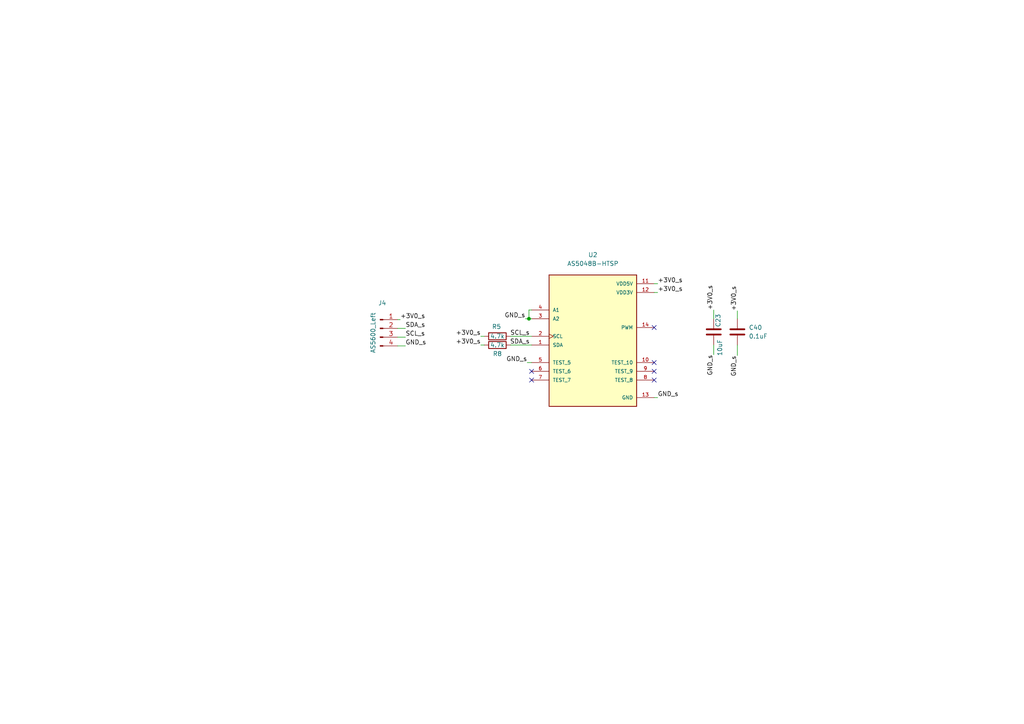
<source format=kicad_sch>
(kicad_sch (version 20211123) (generator eeschema)
  (paper "A4")
  (title_block (title "MUSHAK_PCB") (date "9 Aug 2022") (company "SRA-VJTI") (comment 1 "Designed by - Chinmay Lonkar"))
  (lib_symbols
    (symbol "AS5048B-HTSP:AS5048B-HTSP" (pin_names (offset 1.016))
      (property "Reference" "U" (at -12.7762 17.8816 0))
      (property "Value" "AS5048B-HTSP" (at -12.7762 -23.0124 0))
      (symbol "AS5048B-HTSP_0_0"
        (rectangle (start -12.7 -20.32) (end 12.7 17.78) (stroke (width 0.254)) (fill (type background)))
        (pin bidirectional line (at -17.78 -2.54 0) (length 5.08) (name "SDA") (number "1"))
        (pin passive line (at 17.78 -7.62 180) (length 5.08) (name "TEST_10") (number "10"))
        (pin power_in line (at 17.78 15.24 180) (length 5.08) (name "VDD5V") (number "11"))
        (pin power_in line (at 17.78 12.7 180) (length 5.08) (name "VDD3V") (number "12"))
        (pin power_in line (at 17.78 -17.78 180) (length 5.08) (name "GND") (number "13"))
        (pin output line (at 17.78 2.54 180) (length 5.08) (name "PWM") (number "14"))
        (pin input clock (at -17.78 0 0) (length 5.08) (name "SCL") (number "2"))
        (pin input line (at -17.78 5.08 0) (length 5.08) (name "A2") (number "3"))
        (pin input line (at -17.78 7.62 0) (length 5.08) (name "A1") (number "4"))
        (pin passive line (at -17.78 -7.62 0) (length 5.08) (name "TEST_5") (number "5"))
        (pin passive line (at -17.78 -10.16 0) (length 5.08) (name "TEST_6") (number "6"))
        (pin passive line (at -17.78 -12.7 0) (length 5.08) (name "TEST_7") (number "7"))
        (pin passive line (at 17.78 -12.7 180) (length 5.08) (name "TEST_8") (number "8"))
        (pin passive line (at 17.78 -10.16 180) (length 5.08) (name "TEST_9") (number "9"))
      )
    )
    (symbol "Connector:Conn_01x04_Male" (pin_names (offset 1.016) hide)
      (property "Reference" "J" (at 0 5.08 0))
      (property "Value" "Conn_01x04_Male" (at 0 -7.62 0))
      (symbol "Conn_01x04_Male_1_1"
        (polyline (pts (xy 1.27 -5.08) (xy 0.8636 -5.08)) (stroke (width 0.1524)))
        (polyline (pts (xy 1.27 -2.54) (xy 0.8636 -2.54)) (stroke (width 0.1524)))
        (polyline (pts (xy 1.27 0) (xy 0.8636 0)) (stroke (width 0.1524)))
        (polyline (pts (xy 1.27 2.54) (xy 0.8636 2.54)) (stroke (width 0.1524)))
        (rectangle (start 0.8636 -4.953) (end 0 -5.207) (stroke (width 0.1524)) (fill (type outline)))
        (rectangle (start 0.8636 -2.413) (end 0 -2.667) (stroke (width 0.1524)) (fill (type outline)))
        (rectangle (start 0.8636 0.127) (end 0 -0.127) (stroke (width 0.1524)) (fill (type outline)))
        (rectangle (start 0.8636 2.667) (end 0 2.413) (stroke (width 0.1524)) (fill (type outline)))
        (pin passive line (at 5.08 2.54 180) (length 3.81) (name "Pin_1") (number "1"))
        (pin passive line (at 5.08 0 180) (length 3.81) (name "Pin_2") (number "2"))
        (pin passive line (at 5.08 -2.54 180) (length 3.81) (name "Pin_3") (number "3"))
        (pin passive line (at 5.08 -5.08 180) (length 3.81) (name "Pin_4") (number "4"))
      )
    )
    (symbol "Device:C" (pin_numbers hide) (pin_names (offset 0.254))
      (property "Reference" "C" (at 0.635 2.54 0))
      (property "Value" "C" (at 0.635 -2.54 0))
      (symbol "C_0_1"
        (polyline (pts (xy -2.032 -0.762) (xy 2.032 -0.762)) (stroke (width 0.508)))
        (polyline (pts (xy -2.032 0.762) (xy 2.032 0.762)) (stroke (width 0.508)))
      )
      (symbol "C_1_1"
        (pin passive line (at 0 3.81 270) (length 2.794) (name "~") (number "1"))
        (pin passive line (at 0 -3.81 90) (length 2.794) (name "~") (number "2"))
      )
    )
    (symbol "Device:R" (pin_numbers hide) (pin_names (offset 0))
      (property "Reference" "R" (at 2.032 0 90))
      (property "Value" "R" (at 0 0 90))
      (symbol "R_0_1"
        (rectangle (start -1.016 -2.54) (end 1.016 2.54) (stroke (width 0.254)))
      )
      (symbol "R_1_1"
        (pin passive line (at 0 3.81 270) (length 1.27) (name "~") (number "1"))
        (pin passive line (at 0 -3.81 90) (length 1.27) (name "~") (number "2"))
      )
    )
  )
  (junction (at 153.416 92.456))
  (no_connect (at 189.738 110.236))
  (no_connect (at 189.738 94.996))
  (no_connect (at 189.738 107.696))
  (no_connect (at 154.178 110.236))
  (no_connect (at 189.738 105.156))
  (no_connect (at 154.178 107.696))
  (wire (pts (xy 140.462 97.536) (xy 139.446 97.536)))
  (wire (pts (xy 115.316 95.25) (xy 117.602 95.25)))
  (wire (pts (xy 153.416 92.456) (xy 154.178 92.456)))
  (wire (pts (xy 140.462 100.076) (xy 139.446 100.076)))
  (wire (pts (xy 115.316 97.79) (xy 117.602 97.79)))
  (wire (pts (xy 154.178 89.916) (xy 153.416 89.916)))
  (wire (pts (xy 207.01 89.916) (xy 207.01 92.456)))
  (wire (pts (xy 213.868 90.17) (xy 213.868 92.456)))
  (wire (pts (xy 148.082 100.076) (xy 154.178 100.076)))
  (wire (pts (xy 115.316 100.33) (xy 117.602 100.33)))
  (wire (pts (xy 148.082 97.536) (xy 154.178 97.536)))
  (wire (pts (xy 152.4 92.456) (xy 153.416 92.456)))
  (wire (pts (xy 153.416 89.916) (xy 153.416 92.456)))
  (wire (pts (xy 189.738 84.836) (xy 190.754 84.836)))
  (wire (pts (xy 213.868 100.076) (xy 213.868 103.124)))
  (wire (pts (xy 152.908 105.156) (xy 154.178 105.156)))
  (wire (pts (xy 207.01 100.076) (xy 207.01 102.87)))
  (wire (pts (xy 115.316 92.71) (xy 116.078 92.71)))
  (wire (pts (xy 189.738 82.296) (xy 190.754 82.296)))
  (wire (pts (xy 189.738 115.316) (xy 190.754 115.316)))
  (label "GND_s" (at 207.01 102.87 270))
  (label "+3V0_s" (at 190.754 82.296 0))
  (label "GND_s" (at 152.908 105.156 180))
  (label "GND_s" (at 213.868 103.124 270))
  (label "SDA_s" (at 117.602 95.25 0))
  (label "SDA_s" (at 153.67 100.076 180))
  (label "GND_s" (at 190.754 115.316 0))
  (label "GND_s" (at 152.4 92.456 180))
  (label "+3V0_s" (at 207.01 89.916 90))
  (label "+3V0_s" (at 190.754 84.836 0))
  (label "SCL_s" (at 153.67 97.536 180))
  (label "SCL_s" (at 117.602 97.79 0))
  (label "+3V0_s" (at 139.446 100.076 180))
  (label "+3V0_s" (at 116.078 92.71 0))
  (label "+3V0_s" (at 139.446 97.536 180))
  (label "+3V0_s" (at 213.868 90.17 90))
  (label "GND_s" (at 117.602 100.33 0))
  (symbol (lib_id "Device:C") (at 207.01 96.266 180) (unit 1)
    (property "Reference" "C23" (at 208.28 92.964 90))
    (property "Value" "10uF" (at 208.788 100.838 90))
    (property "Footprint" "Capacitor_SMD:C_0603_1608Metric" (effects hide))
  )
  (symbol (lib_id "Device:C") (at 213.868 96.266 0) (unit 1)
    (property "Reference" "C40" (at 217.17 94.9959 0) (effects (justify left)))
    (property "Value" "0.1uF" (at 217.17 97.5359 0) (effects (justify left)))
    (property "Footprint" "Capacitor_SMD:C_0402_1005Metric" (effects hide))
  )
  (symbol (lib_id "AS5048B-HTSP:AS5048B-HTSP") (at 171.958 97.536 0) (unit 1)
    (property "Reference" "U2" (at 171.958 73.914 0))
    (property "Value" "AS5048B-HTSP" (at 171.958 76.454 0))
    (property "Footprint" "AS5048B-HTSP:SOP65P640X120-14N" (effects hide))
    (property "PRICE" "None" (effects hide))
    (property "PARTREV" "1-11" (effects hide))
    (property "PACKAGE" "TSSOP-14 ams" (effects hide))
    (property "DESCRIPTION" "Ic Encoder Rotary 14-Tssop" (effects hide))
    (property "MF" "ams" (effects hide))
    (property "MP" "AS5048B-HTSP" (effects hide))
    (property "AVAILABILITY" "Unavailable" (effects hide))
    (property "STANDARD" "IPC-7351B" (effects hide))
  )
  (symbol (lib_id "Device:R") (at 144.272 100.076 90) (unit 1)
    (property "Reference" "R8" (at 144.272 102.616 90))
    (property "Value" "4.7k" (at 144.272 100.076 90))
    (property "Footprint" "Resistor_SMD:R_0402_1005Metric" (effects hide))
  )
  (symbol (lib_id "Connector:Conn_01x04_Male") (at 110.236 95.25 0) (unit 1)
    (property "Reference" "J4" (at 110.871 87.884 0))
    (property "Value" "AS5600_Left" (at 108.204 96.52 90))
    (property "Footprint" "mushak_mount_footprint:STAND_SLAVE_04" (effects hide))
  )
  (symbol (lib_id "Device:R") (at 144.272 97.536 90) (unit 1)
    (property "Reference" "R5" (at 144.018 94.742 90))
    (property "Value" "4.7k" (at 144.272 97.536 90))
    (property "Footprint" "Resistor_SMD:R_0402_1005Metric" (effects hide))
  )
)
</source>
